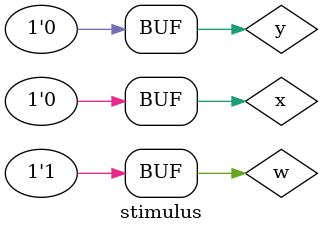
<source format=v>
`timescale 1ns / 1ps
module stimulus;
	// Inputs
	reg w;
	reg x;
	reg y;
	// Outputs
	wire z;
	// Instantiate the Unit Under Test (UUT)
	and_gate3 uut (
		w,
		x, 
		y, 
		z
	);
 
	initial begin
	$dumpfile("and_test3.vcd");
    $dumpvars(0,stimulus);
		// Initialize Inputs
		w = 0;
		x = 0;
		y = 0;
 
	#20 y = 1;
	#20 x = 1;
	#20 y = 0;
	#20 w = 1;	
	#20 y = 1;
	#20 x = 0;
	#20 y = 0;	  
	#40 ;
 
	end  
 
		initial begin
		 $monitor("t=%3d w=%d x=%d,y=%d,z=%d \n",$time,w,x,y,z, );
		 end
 
endmodule
 
 

</source>
